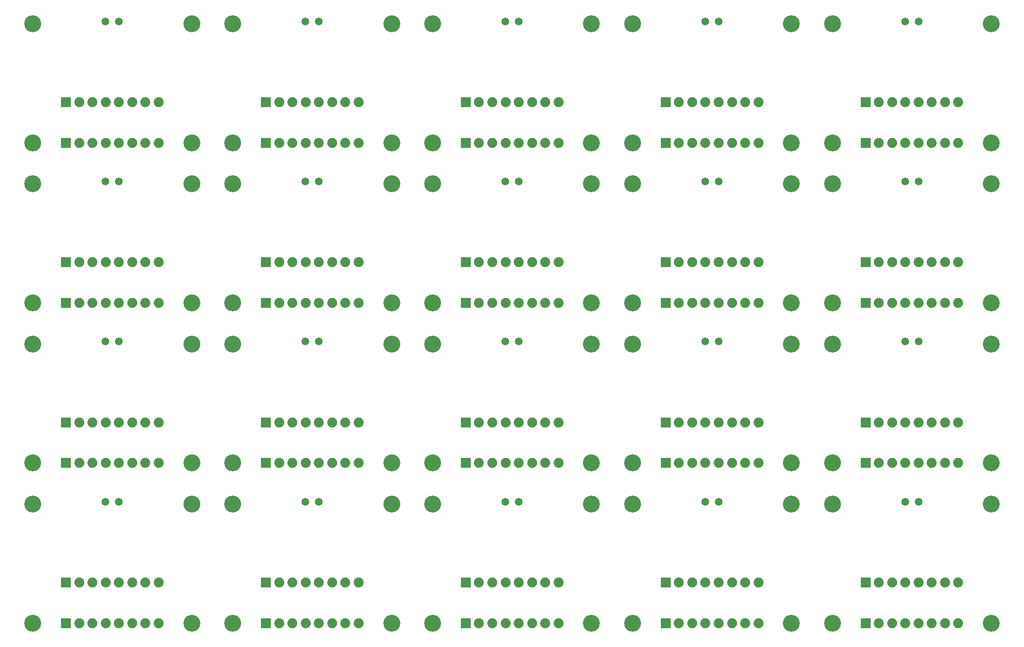
<source format=gbr>
G04 Panel Editor  V12.2 (Build 1133) Date:  Mon Apr 13 15:19:44 2020 *
G04 Database: C:\Users\sergey\Documents\EAGLE\projects\Led_amp\export\CAMOutputs\Panel\Led_amp.cam *
G04 Layer 7: soldermask_bottom.gbr *
%FSLAX34Y34*%
%MOMM*%
%SFA1.000B1.000*%

%MIA0B0*%
%IPPOS*%
%ADD24C,3.20320*%
%ADD25C,1.47320*%
%ADD26R,1.87960X1.87960*%
%ADD27C,1.87960*%
%LNsoldermask_bottom.gbr*%
%SRX1Y1I0J0*%
%LPD*%
%SRX5Y4I37.754J30.254*%
G54D24*
X38770Y38770D03*
X338770D03*
X38770Y263770D03*
X338770D03*
G54D25*
X201470Y268170D03*
X176070D03*
G54D26*
X101270Y115570D03*
G54D27*
X126270D03*
X151270D03*
X176270D03*
X201270D03*
X226270D03*
X251270D03*
X276270D03*
G54D26*
X101270Y38770D03*
G54D27*
X126270D03*
X151270D03*
X176270D03*
X201270D03*
X226270D03*
X251270D03*
X276270D03*
M02*

</source>
